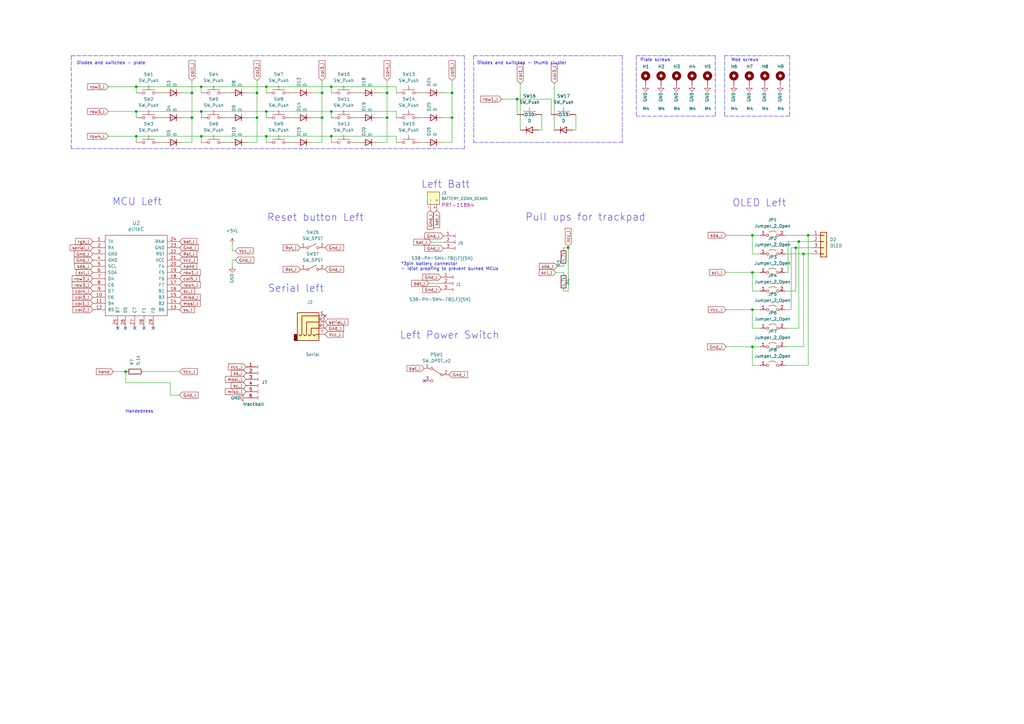
<source format=kicad_sch>
(kicad_sch (version 20211123) (generator eeschema)
  (paper "A3")
  (lib_symbols
    (symbol "Connector:AudioJack4"
      (property "Reference" "J" (at 0 8.89 0))
      (property "Value" "AudioJack4" (at 0 6.35 0))
      (symbol "AudioJack4_0_1"
        (rectangle (start -6.35 -5.08) (end -7.62 -7.62) (stroke (width 0.254)) (fill (type outline)))
        (polyline (pts (xy 0 -5.08) (xy 0.635 -5.715) (xy 1.27 -5.08) (xy 2.54 -5.08)) (stroke (width 0.254)))
        (polyline (pts (xy -5.715 -5.08) (xy -5.08 -5.715) (xy -4.445 -5.08) (xy -4.445 2.54) (xy 2.54 2.54)) (stroke (width 0.254)))
        (polyline (pts (xy -1.905 -5.08) (xy -1.27 -5.715) (xy -0.635 -5.08) (xy -0.635 -2.54) (xy 2.54 -2.54)) (stroke (width 0.254)))
        (polyline (pts (xy 2.54 0) (xy -2.54 0) (xy -2.54 -5.08) (xy -3.175 -5.715) (xy -3.81 -5.08)) (stroke (width 0.254)))
        (rectangle (start 2.54 3.81) (end -6.35 -7.62) (stroke (width 0.254)) (fill (type background)))
      )
      (symbol "AudioJack4_1_1"
        (pin passive line (at 5.08 -2.54 180) (length 2.54) (name "~") (number "R1"))
        (pin passive line (at 5.08 0 180) (length 2.54) (name "~") (number "R2"))
        (pin passive line (at 5.08 2.54 180) (length 2.54) (name "~") (number "S"))
        (pin passive line (at 5.08 -5.08 180) (length 2.54) (name "~") (number "T"))
      )
    )
    (symbol "Connector:Conn_01x03_Female" (pin_names (offset 1.016) hide)
      (property "Reference" "J" (at 0 5.08 0))
      (property "Value" "Conn_01x03_Female" (at 0 -5.08 0))
      (symbol "Conn_01x03_Female_1_1"
        (arc (start 0 -2.032) (mid -0.508 -2.54) (end 0 -3.048) (stroke (width 0.1524)))
        (polyline (pts (xy -1.27 -2.54) (xy -0.508 -2.54)) (stroke (width 0.1524)))
        (polyline (pts (xy -1.27 0) (xy -0.508 0)) (stroke (width 0.1524)))
        (polyline (pts (xy -1.27 2.54) (xy -0.508 2.54)) (stroke (width 0.1524)))
        (arc (start 0 0.508) (mid -0.508 0) (end 0 -0.508) (stroke (width 0.1524)))
        (arc (start 0 3.048) (mid -0.508 2.54) (end 0 2.032) (stroke (width 0.1524)))
        (pin passive line (at -5.08 2.54 0) (length 3.81) (name "Pin_1") (number "1"))
        (pin passive line (at -5.08 0 0) (length 3.81) (name "Pin_2") (number "2"))
        (pin passive line (at -5.08 -2.54 0) (length 3.81) (name "Pin_3") (number "3"))
      )
    )
    (symbol "Connector:Conn_01x06_Female" (pin_names (offset 1.016) hide)
      (property "Reference" "J" (at 0 7.62 0))
      (property "Value" "Conn_01x06_Female" (at 0 -10.16 0))
      (symbol "Conn_01x06_Female_1_1"
        (arc (start 0 -7.112) (mid -0.508 -7.62) (end 0 -8.128) (stroke (width 0.1524)))
        (arc (start 0 -4.572) (mid -0.508 -5.08) (end 0 -5.588) (stroke (width 0.1524)))
        (arc (start 0 -2.032) (mid -0.508 -2.54) (end 0 -3.048) (stroke (width 0.1524)))
        (polyline (pts (xy -1.27 -7.62) (xy -0.508 -7.62)) (stroke (width 0.1524)))
        (polyline (pts (xy -1.27 -5.08) (xy -0.508 -5.08)) (stroke (width 0.1524)))
        (polyline (pts (xy -1.27 -2.54) (xy -0.508 -2.54)) (stroke (width 0.1524)))
        (polyline (pts (xy -1.27 0) (xy -0.508 0)) (stroke (width 0.1524)))
        (polyline (pts (xy -1.27 2.54) (xy -0.508 2.54)) (stroke (width 0.1524)))
        (polyline (pts (xy -1.27 5.08) (xy -0.508 5.08)) (stroke (width 0.1524)))
        (arc (start 0 0.508) (mid -0.508 0) (end 0 -0.508) (stroke (width 0.1524)))
        (arc (start 0 3.048) (mid -0.508 2.54) (end 0 2.032) (stroke (width 0.1524)))
        (arc (start 0 5.588) (mid -0.508 5.08) (end 0 4.572) (stroke (width 0.1524)))
        (pin passive line (at -5.08 5.08 0) (length 3.81) (name "Pin_1") (number "1"))
        (pin passive line (at -5.08 2.54 0) (length 3.81) (name "Pin_2") (number "2"))
        (pin passive line (at -5.08 0 0) (length 3.81) (name "Pin_3") (number "3"))
        (pin passive line (at -5.08 -2.54 0) (length 3.81) (name "Pin_4") (number "4"))
        (pin passive line (at -5.08 -5.08 0) (length 3.81) (name "Pin_5") (number "5"))
        (pin passive line (at -5.08 -7.62 0) (length 3.81) (name "Pin_6") (number "6"))
      )
    )
    (symbol "Connector_Generic:Conn_01x04" (pin_names (offset 1.016) hide)
      (property "Reference" "J" (at 0 5.08 0))
      (property "Value" "Conn_01x04" (at 0 -7.62 0))
      (symbol "Conn_01x04_1_1"
        (rectangle (start -1.27 -4.953) (end 0 -5.207) (stroke (width 0.1524)))
        (rectangle (start -1.27 -2.413) (end 0 -2.667) (stroke (width 0.1524)))
        (rectangle (start -1.27 0.127) (end 0 -0.127) (stroke (width 0.1524)))
        (rectangle (start -1.27 2.667) (end 0 2.413) (stroke (width 0.1524)))
        (rectangle (start -1.27 3.81) (end 1.27 -6.35) (stroke (width 0.254)) (fill (type background)))
        (pin passive line (at -5.08 2.54 0) (length 3.81) (name "Pin_1") (number "1"))
        (pin passive line (at -5.08 0 0) (length 3.81) (name "Pin_2") (number "2"))
        (pin passive line (at -5.08 -2.54 0) (length 3.81) (name "Pin_3") (number "3"))
        (pin passive line (at -5.08 -5.08 0) (length 3.81) (name "Pin_4") (number "4"))
      )
    )
    (symbol "Device:D" (pin_numbers hide) (pin_names (offset 1.016) hide)
      (property "Reference" "D" (at 0 2.54 0))
      (property "Value" "D" (at 0 -2.54 0))
      (symbol "D_0_1"
        (polyline (pts (xy -1.27 1.27) (xy -1.27 -1.27)) (stroke (width 0.254)))
        (polyline (pts (xy 1.27 0) (xy -1.27 0)))
        (polyline (pts (xy 1.27 1.27) (xy 1.27 -1.27) (xy -1.27 0) (xy 1.27 1.27)) (stroke (width 0.254)))
      )
      (symbol "D_1_1"
        (pin passive line (at -3.81 0 0) (length 2.54) (name "K") (number "1"))
        (pin passive line (at 3.81 0 180) (length 2.54) (name "A") (number "2"))
      )
    )
    (symbol "Device:R" (pin_numbers hide) (pin_names (offset 0))
      (property "Reference" "R" (at 2.032 0 90))
      (property "Value" "R" (at 0 0 90))
      (symbol "R_0_1"
        (rectangle (start -1.016 -2.54) (end 1.016 2.54) (stroke (width 0.254)))
      )
      (symbol "R_1_1"
        (pin passive line (at 0 3.81 270) (length 1.27) (name "~") (number "1"))
        (pin passive line (at 0 -3.81 90) (length 1.27) (name "~") (number "2"))
      )
    )
    (symbol "Jumper:Jumper_2_Open" (pin_names (offset 0) hide)
      (property "Reference" "JP" (at 0 2.794 0))
      (property "Value" "Jumper_2_Open" (at 0 -2.286 0))
      (symbol "Jumper_2_Open_0_0"
        (circle (center -2.032 0) (radius 0.508))
        (circle (center 2.032 0) (radius 0.508))
      )
      (symbol "Jumper_2_Open_0_1"
        (arc (start 1.524 1.27) (mid 0 1.778) (end -1.524 1.27))
      )
      (symbol "Jumper_2_Open_1_1"
        (pin passive line (at -5.08 0 0) (length 2.54) (name "A") (number "1"))
        (pin passive line (at 5.08 0 180) (length 2.54) (name "B") (number "2"))
      )
    )
    (symbol "Mechanical:MountingHole_Pad" (pin_numbers hide) (pin_names (offset 1.016) hide)
      (property "Reference" "H" (at 0 6.35 0))
      (property "Value" "MountingHole_Pad" (at 0 4.445 0))
      (symbol "MountingHole_Pad_0_1"
        (circle (center 0 1.27) (radius 1.27) (stroke (width 1.27)))
      )
      (symbol "MountingHole_Pad_1_1"
        (pin input line (at 0 -2.54 90) (length 2.54) (name "1") (number "1"))
      )
    )
    (symbol "SparkFun-Connectors:BATTERY_CONN_DEANS" (pin_names (offset 1.016))
      (property "Reference" "J" (at -5.08 5.08 0))
      (property "Value" "BATTERY_CONN_DEANS" (at -5.08 -3.81 0))
      (property "Field4" "PRT-11864" (at 0 8.89 0))
      (symbol "BATTERY_CONN_DEANS_0_1"
        (rectangle (start 0 3.81) (end -5.08 -1.27) (fill (type background)))
      )
      (symbol "BATTERY_CONN_DEANS_1_1"
        (pin passive line (at 2.54 2.54 180) (length 2.54) (name "+") (number "+"))
        (pin passive line (at 2.54 0 180) (length 2.54) (name "-") (number "-"))
      )
    )
    (symbol "Switch:SW_Push" (pin_numbers hide) (pin_names hide)
      (property "Reference" "SW" (at 1.27 2.54 0))
      (property "Value" "SW_Push" (at 0 -1.524 0))
      (symbol "SW_Push_0_1"
        (circle (center -2.032 0) (radius 0.508))
        (polyline (pts (xy 0 1.27) (xy 0 3.048)))
        (polyline (pts (xy 2.54 1.27) (xy -2.54 1.27)))
        (circle (center 2.032 0) (radius 0.508))
        (pin passive line (at -5.08 0 0) (length 2.54) (name "1") (number "1"))
        (pin passive line (at 5.08 0 180) (length 2.54) (name "2") (number "2"))
      )
    )
    (symbol "Switch:SW_SPST" (pin_names (offset 0) hide)
      (property "Reference" "SW" (at 0 3.175 0))
      (property "Value" "SW_SPST" (at 0 -2.54 0))
      (symbol "SW_SPST_0_0"
        (circle (center -2.032 0) (radius 0.508))
        (polyline (pts (xy -1.524 0.254) (xy 1.524 1.778)))
        (circle (center 2.032 0) (radius 0.508))
      )
      (symbol "SW_SPST_1_1"
        (pin passive line (at -5.08 0 0) (length 2.54) (name "A") (number "1"))
        (pin passive line (at 5.08 0 180) (length 2.54) (name "B") (number "2"))
      )
    )
    (symbol "elite-C:eliteC" (pin_names (offset 1.016))
      (property "Reference" "U" (at 0 24.13 0))
      (property "Value" "eliteC" (at 0 -13.97 0))
      (symbol "eliteC_0_1"
        (rectangle (start -12.7 21.59) (end 12.7 -11.43))
      )
      (symbol "eliteC_1_1"
        (pin bidirectional line (at -17.78 19.05 0) (length 5.08) (name "TX") (number "1"))
        (pin bidirectional line (at -17.78 -3.81 0) (length 5.08) (name "E6") (number "10"))
        (pin bidirectional line (at -17.78 -6.35 0) (length 5.08) (name "B4") (number "11"))
        (pin bidirectional line (at -17.78 -8.89 0) (length 5.08) (name "B5") (number "12"))
        (pin bidirectional line (at 17.78 -8.89 180) (length 5.08) (name "B6") (number "13"))
        (pin bidirectional line (at 17.78 -6.35 180) (length 5.08) (name "B2") (number "14"))
        (pin bidirectional line (at 17.78 -3.81 180) (length 5.08) (name "B3") (number "15"))
        (pin bidirectional line (at 17.78 -1.27 180) (length 5.08) (name "B1") (number "16"))
        (pin bidirectional line (at 17.78 1.27 180) (length 5.08) (name "F7") (number "17"))
        (pin bidirectional line (at 17.78 3.81 180) (length 5.08) (name "F6") (number "18"))
        (pin bidirectional line (at 17.78 6.35 180) (length 5.08) (name "F5") (number "19"))
        (pin bidirectional line (at -17.78 16.51 0) (length 5.08) (name "RX") (number "2"))
        (pin bidirectional line (at 17.78 8.89 180) (length 5.08) (name "F4") (number "20"))
        (pin power_in line (at 17.78 11.43 180) (length 5.08) (name "VCC") (number "21"))
        (pin input line (at 17.78 13.97 180) (length 5.08) (name "RST") (number "22"))
        (pin power_in line (at 17.78 16.51 180) (length 5.08) (name "GND") (number "23"))
        (pin power_out line (at 17.78 19.05 180) (length 5.08) (name "RAW") (number "24"))
        (pin bidirectional line (at -7.62 -16.51 90) (length 5.08) (name "B7") (number "25"))
        (pin bidirectional line (at -4.445 -16.51 90) (length 5.08) (name "D5") (number "26"))
        (pin bidirectional line (at -0.635 -16.51 90) (length 5.08) (name "C7") (number "27"))
        (pin bidirectional line (at 3.175 -16.51 90) (length 5.08) (name "F1") (number "28"))
        (pin bidirectional line (at 6.985 -16.51 90) (length 5.08) (name "F0") (number "29"))
        (pin power_in line (at -17.78 13.97 0) (length 5.08) (name "GND") (number "3"))
        (pin power_in line (at -17.78 11.43 0) (length 5.08) (name "GND") (number "4"))
        (pin bidirectional line (at -17.78 8.89 0) (length 5.08) (name "SCL") (number "5"))
        (pin bidirectional line (at -17.78 6.35 0) (length 5.08) (name "SDA") (number "6"))
        (pin bidirectional line (at -17.78 3.81 0) (length 5.08) (name "D4") (number "7"))
        (pin bidirectional line (at -17.78 1.27 0) (length 5.08) (name "C6") (number "8"))
        (pin bidirectional line (at -17.78 -1.27 0) (length 5.08) (name "D7") (number "9"))
      )
    )
    (symbol "jiran-ble:SW_DPDT" (pin_names hide)
      (property "Reference" "SW" (at 0 7.62 0))
      (property "Value" "SW_DPDT" (at 0 5.715 0))
      (symbol "SW_DPDT_0_0"
        (circle (center -3.302 0) (radius 0.508))
        (circle (center 0.762 -2.54) (radius 0.508))
      )
      (symbol "SW_DPDT_0_1"
        (polyline (pts (xy -2.794 0.254) (xy 0.381 2.286)))
        (circle (center 0.762 2.54) (radius 0.508))
      )
      (symbol "SW_DPDT_1_1"
        (pin passive line (at 3.81 2.54 180) (length 2.54) (name "A") (number "1"))
        (pin passive line (at -6.35 0 0) (length 2.54) (name "B") (number "2"))
        (pin passive line (at 3.81 -2.54 180) (length 2.54) (name "C") (number "3"))
      )
    )
    (symbol "power:+5VL" (power) (pin_names (offset 0))
      (property "Value" "+5VL" (at 0 3.556 0))
      (symbol "+5VL_0_1"
        (polyline (pts (xy -0.762 1.27) (xy 0 2.54)))
        (polyline (pts (xy 0 0) (xy 0 2.54)))
        (polyline (pts (xy 0 2.54) (xy 0.762 1.27)))
      )
      (symbol "+5VL_1_1"
        (pin power_in line (at 0 0 90) (length 0) hide (name "+5VL") (number "1"))
      )
    )
    (symbol "power:GND" (power) (pin_names (offset 0))
      (property "Value" "GND" (at 0 -3.81 0))
      (symbol "GND_0_1"
        (polyline (pts (xy 0 0) (xy 0 -1.27) (xy 1.27 -1.27) (xy 0 -2.54) (xy -1.27 -1.27) (xy 0 -1.27)))
      )
      (symbol "GND_1_1"
        (pin power_in line (at 0 0 270) (length 0) hide (name "GND") (number "1"))
      )
    )
  )
  (junction (at 308.61 127))
  (junction (at 109.22 45.72))
  (junction (at 212.09 40.64))
  (junction (at 82.55 55.88))
  (junction (at 308.61 111.76))
  (junction (at 55.88 55.88))
  (junction (at 327.66 99.06))
  (junction (at 105.41 38.1))
  (junction (at 109.22 35.56))
  (junction (at 233.045 101.6))
  (junction (at 185.42 38.1))
  (junction (at 135.89 55.88))
  (junction (at 331.47 96.52))
  (junction (at 82.55 35.56))
  (junction (at 329.565 104.14))
  (junction (at 132.08 38.1))
  (junction (at 158.75 38.1))
  (junction (at 132.08 48.26))
  (junction (at 135.89 45.72))
  (junction (at 185.42 48.26))
  (junction (at 82.55 45.72))
  (junction (at 51.562 152.4))
  (junction (at 109.22 55.88))
  (junction (at 308.61 142.24))
  (junction (at 135.89 35.56))
  (junction (at 78.74 38.1))
  (junction (at 105.41 48.26))
  (junction (at 326.39 101.6))
  (junction (at 55.88 35.56))
  (junction (at 158.75 48.26))
  (junction (at 308.61 96.52))
  (junction (at 55.88 45.72))
  (junction (at 78.74 48.26))
  (no_connect (at 173.99 156.21))
  (no_connect (at 133.35 129.54))
  (no_connect (at 48.26 134.62))
  (no_connect (at 55.245 134.62))
  (no_connect (at 59.055 134.62))
  (no_connect (at 51.435 134.62))
  (no_connect (at 62.865 134.62))
  (wire (pts (xy 146.05 38.1) (xy 147.32 38.1)))
  (wire (pts (xy 185.42 48.26) (xy 185.42 58.42)))
  (wire (pts (xy 327.66 99.06) (xy 332.74 99.06)))
  (wire (pts (xy 181.61 48.26) (xy 185.42 48.26)))
  (wire (pts (xy 109.22 58.42) (xy 109.22 55.88)))
  (wire (pts (xy 135.89 45.72) (xy 162.56 45.72)))
  (wire (pts (xy 55.88 35.56) (xy 82.55 35.56)))
  (wire (pts (xy 227.33 34.29) (xy 227.33 53.34)))
  (wire (pts (xy 308.61 142.24) (xy 308.61 149.86)))
  (wire (pts (xy 55.88 58.42) (xy 55.88 55.88)))
  (wire (pts (xy 82.55 45.72) (xy 109.22 45.72)))
  (wire (pts (xy 213.36 34.29) (xy 213.36 53.34)))
  (polyline (pts (xy 323.85 22.86) (xy 323.85 47.625)))
  (wire (pts (xy 109.22 55.88) (xy 135.89 55.88)))
  (wire (pts (xy 158.75 38.1) (xy 158.75 48.26)))
  (wire (pts (xy 69.85 156.972) (xy 69.85 162.052)))
  (wire (pts (xy 308.61 134.62) (xy 308.61 127)))
  (wire (pts (xy 297.815 142.24) (xy 308.61 142.24)))
  (wire (pts (xy 92.71 58.42) (xy 93.98 58.42)))
  (wire (pts (xy 82.55 38.1) (xy 82.55 35.56)))
  (wire (pts (xy 226.06 40.64) (xy 226.06 46.99)))
  (polyline (pts (xy 260.985 22.86) (xy 287.655 22.86)))
  (wire (pts (xy 324.485 101.6) (xy 326.39 101.6)))
  (wire (pts (xy 109.22 38.1) (xy 109.22 35.56)))
  (wire (pts (xy 323.215 99.06) (xy 327.66 99.06)))
  (wire (pts (xy 308.61 111.76) (xy 311.785 111.76)))
  (polyline (pts (xy 297.18 22.86) (xy 323.85 22.86)))
  (wire (pts (xy 128.27 48.26) (xy 132.08 48.26)))
  (wire (pts (xy 135.89 58.42) (xy 135.89 55.88)))
  (polyline (pts (xy 287.655 47.625) (xy 260.985 47.625)))
  (wire (pts (xy 66.04 38.1) (xy 67.31 38.1)))
  (wire (pts (xy 311.785 134.62) (xy 308.61 134.62)))
  (polyline (pts (xy 260.985 22.86) (xy 260.985 47.625)))
  (wire (pts (xy 55.88 38.1) (xy 55.88 35.56)))
  (wire (pts (xy 105.41 38.1) (xy 105.41 48.26)))
  (wire (pts (xy 59.182 152.4) (xy 73.66 152.4)))
  (wire (pts (xy 105.41 33.02) (xy 105.41 38.1)))
  (wire (pts (xy 181.61 58.42) (xy 185.42 58.42)))
  (wire (pts (xy 46.482 152.4) (xy 51.562 152.4)))
  (wire (pts (xy 321.945 96.52) (xy 331.47 96.52)))
  (wire (pts (xy 162.56 48.26) (xy 162.56 45.72)))
  (wire (pts (xy 154.94 48.26) (xy 158.75 48.26)))
  (wire (pts (xy 78.74 48.26) (xy 78.74 58.42)))
  (wire (pts (xy 326.39 119.38) (xy 326.39 101.6)))
  (wire (pts (xy 105.41 48.26) (xy 105.41 58.42)))
  (wire (pts (xy 82.55 58.42) (xy 82.55 55.88)))
  (wire (pts (xy 82.55 35.56) (xy 109.22 35.56)))
  (wire (pts (xy 297.815 111.76) (xy 308.61 111.76)))
  (wire (pts (xy 228.6 109.22) (xy 231.14 109.22)))
  (wire (pts (xy 51.562 152.4) (xy 51.562 156.972)))
  (wire (pts (xy 321.945 134.62) (xy 327.66 134.62)))
  (wire (pts (xy 326.39 101.6) (xy 332.74 101.6)))
  (wire (pts (xy 185.42 38.1) (xy 185.42 48.26)))
  (wire (pts (xy 162.56 58.42) (xy 162.56 55.88)))
  (wire (pts (xy 321.945 119.38) (xy 326.39 119.38)))
  (wire (pts (xy 128.27 58.42) (xy 132.08 58.42)))
  (wire (pts (xy 128.27 38.1) (xy 132.08 38.1)))
  (wire (pts (xy 66.04 58.42) (xy 67.31 58.42)))
  (wire (pts (xy 132.08 38.1) (xy 132.08 48.26)))
  (wire (pts (xy 95.25 106.68) (xy 96.52 106.68)))
  (wire (pts (xy 82.55 55.88) (xy 109.22 55.88)))
  (wire (pts (xy 308.61 96.52) (xy 311.785 96.52)))
  (wire (pts (xy 231.14 101.6) (xy 233.045 101.6)))
  (polyline (pts (xy 297.18 22.86) (xy 297.18 47.625)))
  (wire (pts (xy 78.74 33.02) (xy 78.74 38.1)))
  (wire (pts (xy 95.25 102.87) (xy 96.52 102.87)))
  (polyline (pts (xy 190.5 22.86) (xy 190.5 60.96)))
  (wire (pts (xy 321.945 104.14) (xy 329.565 104.14)))
  (wire (pts (xy 172.72 48.26) (xy 173.99 48.26)))
  (wire (pts (xy 212.09 40.64) (xy 226.06 40.64)))
  (wire (pts (xy 162.56 38.1) (xy 162.56 35.56)))
  (polyline (pts (xy 255.27 22.86) (xy 255.27 58.42)))
  (wire (pts (xy 74.93 58.42) (xy 78.74 58.42)))
  (wire (pts (xy 331.47 149.86) (xy 331.47 96.52)))
  (wire (pts (xy 323.215 111.76) (xy 323.215 99.06)))
  (wire (pts (xy 308.61 142.24) (xy 311.785 142.24)))
  (wire (pts (xy 51.562 156.972) (xy 69.85 156.972)))
  (wire (pts (xy 327.66 134.62) (xy 327.66 99.06)))
  (wire (pts (xy 55.88 48.26) (xy 55.88 45.72)))
  (wire (pts (xy 135.89 38.1) (xy 135.89 35.56)))
  (wire (pts (xy 311.785 104.14) (xy 308.61 104.14)))
  (wire (pts (xy 78.74 38.1) (xy 78.74 48.26)))
  (wire (pts (xy 321.945 111.76) (xy 323.215 111.76)))
  (wire (pts (xy 92.71 48.26) (xy 93.98 48.26)))
  (wire (pts (xy 66.04 48.26) (xy 67.31 48.26)))
  (wire (pts (xy 55.88 55.88) (xy 82.55 55.88)))
  (wire (pts (xy 109.22 35.56) (xy 135.89 35.56)))
  (wire (pts (xy 181.61 38.1) (xy 185.42 38.1)))
  (polyline (pts (xy 190.5 60.96) (xy 29.21 60.96)))
  (wire (pts (xy 109.22 48.26) (xy 109.22 45.72)))
  (wire (pts (xy 205.74 40.64) (xy 212.09 40.64)))
  (wire (pts (xy 119.38 58.42) (xy 120.65 58.42)))
  (wire (pts (xy 324.485 127) (xy 324.485 101.6)))
  (polyline (pts (xy 29.21 22.86) (xy 190.5 22.86)))
  (wire (pts (xy 236.22 53.34) (xy 234.95 53.34)))
  (polyline (pts (xy 255.27 58.42) (xy 194.31 58.42)))
  (wire (pts (xy 321.945 127) (xy 324.485 127)))
  (wire (pts (xy 297.815 96.52) (xy 308.61 96.52)))
  (wire (pts (xy 101.6 58.42) (xy 105.41 58.42)))
  (wire (pts (xy 146.05 58.42) (xy 147.32 58.42)))
  (wire (pts (xy 95.25 100.33) (xy 95.25 102.87)))
  (wire (pts (xy 119.38 38.1) (xy 120.65 38.1)))
  (wire (pts (xy 172.72 58.42) (xy 173.99 58.42)))
  (polyline (pts (xy 29.21 22.86) (xy 29.21 60.96)))
  (wire (pts (xy 109.22 45.72) (xy 135.89 45.72)))
  (wire (pts (xy 297.815 127) (xy 308.61 127)))
  (wire (pts (xy 119.38 48.26) (xy 120.65 48.26)))
  (wire (pts (xy 231.14 119.38) (xy 233.045 119.38)))
  (wire (pts (xy 135.89 48.26) (xy 135.89 45.72)))
  (wire (pts (xy 212.09 40.64) (xy 212.09 46.99)))
  (wire (pts (xy 227.965 111.76) (xy 231.14 111.76)))
  (wire (pts (xy 329.565 142.24) (xy 329.565 104.14)))
  (wire (pts (xy 44.45 45.72) (xy 55.88 45.72)))
  (wire (pts (xy 132.08 48.26) (xy 132.08 58.42)))
  (wire (pts (xy 308.61 149.86) (xy 311.785 149.86)))
  (wire (pts (xy 175.895 116.205) (xy 180.975 116.205)))
  (wire (pts (xy 74.93 48.26) (xy 78.74 48.26)))
  (wire (pts (xy 222.25 53.34) (xy 220.98 53.34)))
  (wire (pts (xy 135.89 55.88) (xy 162.56 55.88)))
  (polyline (pts (xy 194.31 22.86) (xy 255.27 22.86)))
  (wire (pts (xy 185.42 33.02) (xy 185.42 38.1)))
  (wire (pts (xy 146.05 48.26) (xy 147.32 48.26)))
  (wire (pts (xy 82.55 48.26) (xy 82.55 45.72)))
  (wire (pts (xy 233.045 101.6) (xy 233.045 119.38)))
  (wire (pts (xy 329.565 104.14) (xy 332.74 104.14)))
  (wire (pts (xy 69.85 162.052) (xy 73.66 162.052)))
  (wire (pts (xy 55.88 45.72) (xy 82.55 45.72)))
  (wire (pts (xy 331.47 96.52) (xy 332.74 96.52)))
  (polyline (pts (xy 293.37 47.625) (xy 287.655 47.625)))
  (polyline (pts (xy 323.85 47.625) (xy 297.18 47.625)))
  (wire (pts (xy 135.89 35.56) (xy 162.56 35.56)))
  (wire (pts (xy 154.94 38.1) (xy 158.75 38.1)))
  (wire (pts (xy 308.61 104.14) (xy 308.61 96.52)))
  (wire (pts (xy 233.045 100.965) (xy 233.045 101.6)))
  (wire (pts (xy 101.6 48.26) (xy 105.41 48.26)))
  (wire (pts (xy 236.22 46.99) (xy 236.22 53.34)))
  (wire (pts (xy 74.93 38.1) (xy 78.74 38.1)))
  (wire (pts (xy 222.25 46.99) (xy 222.25 53.34)))
  (wire (pts (xy 132.08 33.02) (xy 132.08 38.1)))
  (wire (pts (xy 158.75 33.02) (xy 158.75 38.1)))
  (wire (pts (xy 101.6 38.1) (xy 105.41 38.1)))
  (wire (pts (xy 44.45 35.56) (xy 55.88 35.56)))
  (wire (pts (xy 321.945 149.86) (xy 331.47 149.86)))
  (wire (pts (xy 92.71 38.1) (xy 93.98 38.1)))
  (wire (pts (xy 154.94 58.42) (xy 158.75 58.42)))
  (wire (pts (xy 308.61 127) (xy 311.785 127)))
  (polyline (pts (xy 287.655 22.86) (xy 293.37 22.86)))
  (wire (pts (xy 44.45 55.88) (xy 55.88 55.88)))
  (wire (pts (xy 172.72 38.1) (xy 173.99 38.1)))
  (polyline (pts (xy 293.37 22.86) (xy 293.37 47.625)))
  (wire (pts (xy 95.25 109.22) (xy 95.25 106.68)))
  (polyline (pts (xy 194.31 22.86) (xy 194.31 58.42)))
  (wire (pts (xy 321.945 142.24) (xy 329.565 142.24)))
  (wire (pts (xy 176.784 99.314) (xy 181.864 99.314)))
  (wire (pts (xy 311.785 119.38) (xy 308.61 119.38)))
  (wire (pts (xy 158.75 48.26) (xy 158.75 58.42)))
  (wire (pts (xy 308.61 119.38) (xy 308.61 111.76)))
  (text "MCU Left" (at 45.974 84.582 0) (effects (font (size 3 3)) (justify left bottom)))
  (text "Left Batt" (at 172.72 77.47 0) (effects (font (size 3 3)) (justify left bottom)))
  (text "Handedness" (at 51.435 169.545 0) (effects (font (size 1.27 1.27)) (justify left bottom)))
  (text "Plate screws" (at 274.955 25.4 180) (effects (font (size 1.27 1.27)) (justify right bottom)))
  (text "Serial left" (at 109.855 120.142 0) (effects (font (size 3 3)) (justify left bottom)))
  (text "Diodes and switches - plate" (at 59.69 26.67 180) (effects (font (size 1.27 1.27)) (justify right bottom)))
  (text "Reset button Left" (at 109.474 91.059 0) (effects (font (size 3 3)) (justify left bottom)))
  (text "Pull ups for trackpad" (at 215.392 90.932 0) (effects (font (size 3 3)) (justify left bottom)))
  (text "Mod screws" (at 311.15 25.4 180) (effects (font (size 1.27 1.27)) (justify right bottom)))
  (text "Left Power Switch" (at 163.957 139.319 0) (effects (font (size 3 3)) (justify left bottom)))
  (text "OLED Left" (at 300.355 85.09 0) (effects (font (size 3 3)) (justify left bottom)))
  (text "Diodes and switches - thumb cluster" (at 232.41 26.67 180) (effects (font (size 1.27 1.27)) (justify right bottom)))
  (text "*3pin battery connector\n- idiot proofing to prevent burned MCUs" (at 164.465 111.125 0) (effects (font (size 1.27 1.27)) (justify left bottom)))
  (global_label "serial_l" (shape input) (at 38.1 101.6 180) (property "Intersheet References" "${INTERSHEET_REFS}" (effects hide)))
  (global_label "Gnd_l" (shape input) (at 181.864 101.854 180) (property "Intersheet References" "${INTERSHEET_REFS}" (effects hide)))
  (global_label "Gnd_l" (shape input) (at 181.864 96.774 180) (property "Intersheet References" "${INTERSHEET_REFS}" (effects hide)))
  (global_label "row1_l" (shape input) (at 73.66 111.76 0) (property "Intersheet References" "${INTERSHEET_REFS}" (effects hide)))
  (global_label "rgb_l" (shape input) (at 38.1 99.06 180) (property "Intersheet References" "${INTERSHEET_REFS}" (effects hide)))
  (global_label "Gnd_l" (shape input) (at 133.35 101.6 0) (property "Intersheet References" "${INTERSHEET_REFS}" (effects hide)))
  (global_label "col1_l" (shape input) (at 213.36 34.29 90) (property "Intersheet References" "${INTERSHEET_REFS}" (effects hide)))
  (global_label "Vcc_l" (shape input) (at 96.52 102.87 0) (property "Intersheet References" "${INTERSHEET_REFS}" (effects hide)))
  (global_label "col4_l" (shape input) (at 38.1 119.38 180) (property "Intersheet References" "${INTERSHEET_REFS}" (effects hide)))
  (global_label "miso_l" (shape input) (at 100.965 160.655 180) (property "Intersheet References" "${INTERSHEET_REFS}" (effects hide)))
  (global_label "col3_l" (shape input) (at 227.33 34.29 90) (property "Intersheet References" "${INTERSHEET_REFS}" (effects hide)))
  (global_label "Rst_l" (shape input) (at 73.66 104.14 0) (property "Intersheet References" "${INTERSHEET_REFS}" (effects hide)))
  (global_label "Gnd_l" (shape input) (at 133.35 110.49 0) (property "Intersheet References" "${INTERSHEET_REFS}" (effects hide)))
  (global_label "mosi_l" (shape input) (at 100.965 155.575 180) (property "Intersheet References" "${INTERSHEET_REFS}" (effects hide)))
  (global_label "bat_l" (shape input) (at 73.66 99.06 0) (property "Intersheet References" "${INTERSHEET_REFS}" (effects hide)))
  (global_label "Gnd_l" (shape input) (at 73.66 101.6 0) (property "Intersheet References" "${INTERSHEET_REFS}" (effects hide)))
  (global_label "bat_l" (shape input) (at 173.99 151.13 180) (property "Intersheet References" "${INTERSHEET_REFS}" (effects hide)))
  (global_label "hand" (shape input) (at 73.66 109.22 0) (property "Intersheet References" "${INTERSHEET_REFS}" (effects hide)))
  (global_label "sc_l" (shape input) (at 100.965 158.115 180) (property "Intersheet References" "${INTERSHEET_REFS}" (effects hide)))
  (global_label "sda_l" (shape input) (at 228.6 109.22 180) (property "Intersheet References" "${INTERSHEET_REFS}" (effects hide)))
  (global_label "Gnd_l" (shape input) (at 180.975 118.745 180) (property "Intersheet References" "${INTERSHEET_REFS}" (effects hide)))
  (global_label "mosi_l" (shape input) (at 73.66 124.46 0) (property "Intersheet References" "${INTERSHEET_REFS}" (effects hide)))
  (global_label "ss_l" (shape input) (at 100.965 153.035 180) (property "Intersheet References" "${INTERSHEET_REFS}" (effects hide)))
  (global_label "row4_l" (shape input) (at 73.66 116.84 0) (property "Intersheet References" "${INTERSHEET_REFS}" (effects hide)))
  (global_label "row2_l" (shape input) (at 44.45 35.56 180) (property "Intersheet References" "${INTERSHEET_REFS}" (effects hide)))
  (global_label "col2_l" (shape input) (at 105.41 33.02 90) (property "Intersheet References" "${INTERSHEET_REFS}" (effects hide)))
  (global_label "Vcc_l" (shape input) (at 73.66 152.4 0) (property "Intersheet References" "${INTERSHEET_REFS}" (effects hide)))
  (global_label "col5_l" (shape input) (at 73.66 114.3 0) (property "Intersheet References" "${INTERSHEET_REFS}" (effects hide)))
  (global_label "Vcc_l" (shape input) (at 297.815 127 180) (property "Intersheet References" "${INTERSHEET_REFS}" (effects hide)))
  (global_label "row1_l" (shape input) (at 205.74 40.64 180) (property "Intersheet References" "${INTERSHEET_REFS}" (effects hide)))
  (global_label "col3_l" (shape input) (at 132.08 33.02 90) (property "Intersheet References" "${INTERSHEET_REFS}" (effects hide)))
  (global_label "Vcc_l" (shape input) (at 73.66 106.68 0) (property "Intersheet References" "${INTERSHEET_REFS}" (effects hide)))
  (global_label "col2_l" (shape input) (at 38.1 127 180) (property "Intersheet References" "${INTERSHEET_REFS}" (effects hide)))
  (global_label "col1_l" (shape input) (at 38.1 124.46 180) (property "Intersheet References" "${INTERSHEET_REFS}" (effects hide)))
  (global_label "Gnd_l" (shape input) (at 96.52 106.68 0) (property "Intersheet References" "${INTERSHEET_REFS}" (effects hide)))
  (global_label "hand" (shape input) (at 46.482 152.4 180) (property "Intersheet References" "${INTERSHEET_REFS}" (effects hide)))
  (global_label "ss_l" (shape input) (at 73.66 127 0) (property "Intersheet References" "${INTERSHEET_REFS}" (effects hide)))
  (global_label "row3_l" (shape input) (at 44.45 45.72 180) (property "Intersheet References" "${INTERSHEET_REFS}" (effects hide)))
  (global_label "Vcc_l" (shape input) (at 233.045 100.965 90) (property "Intersheet References" "${INTERSHEET_REFS}" (effects hide)))
  (global_label "scl_l" (shape input) (at 38.1 111.76 180) (property "Intersheet References" "${INTERSHEET_REFS}" (effects hide)))
  (global_label "col3_l" (shape input) (at 38.1 121.92 180) (property "Intersheet References" "${INTERSHEET_REFS}" (effects hide)))
  (global_label "col5_l" (shape input) (at 185.42 33.02 90) (property "Intersheet References" "${INTERSHEET_REFS}" (effects hide)))
  (global_label "sda_l" (shape input) (at 297.815 96.52 180) (property "Intersheet References" "${INTERSHEET_REFS}" (effects hide)))
  (global_label "row4_l" (shape input) (at 44.45 55.88 180) (property "Intersheet References" "${INTERSHEET_REFS}" (effects hide)))
  (global_label "bat_l" (shape input) (at 179.07 86.36 270) (property "Intersheet References" "${INTERSHEET_REFS}" (effects hide)))
  (global_label "scl_l" (shape input) (at 227.965 111.76 180) (property "Intersheet References" "${INTERSHEET_REFS}" (effects hide)))
  (global_label "serial_l" (shape input) (at 133.35 132.08 0) (property "Intersheet References" "${INTERSHEET_REFS}" (effects hide)))
  (global_label "Gnd_l" (shape input) (at 73.66 162.052 0) (property "Intersheet References" "${INTERSHEET_REFS}" (effects hide)))
  (global_label "Gnd_l" (shape input) (at 133.35 134.62 0) (property "Intersheet References" "${INTERSHEET_REFS}" (effects hide)))
  (global_label "bat_l" (shape input) (at 175.895 116.205 180) (property "Intersheet References" "${INTERSHEET_REFS}" (effects hide)))
  (global_label "Gnd_l" (shape input) (at 176.53 86.36 270) (property "Intersheet References" "${INTERSHEET_REFS}" (effects hide)))
  (global_label "miso_l" (shape input) (at 73.66 121.92 0) (property "Intersheet References" "${INTERSHEET_REFS}" (effects hide)))
  (global_label "Vcc_l" (shape input) (at 100.965 150.495 180) (property "Intersheet References" "${INTERSHEET_REFS}" (effects hide)))
  (global_label "Gnd_l" (shape input) (at 38.1 104.14 180) (property "Intersheet References" "${INTERSHEET_REFS}" (effects hide)))
  (global_label "Gnd_l" (shape input) (at 180.975 113.665 180) (property "Intersheet References" "${INTERSHEET_REFS}" (effects hide)))
  (global_label "Gnd_l" (shape input) (at 38.1 106.68 180) (property "Intersheet References" "${INTERSHEET_REFS}" (effects hide)))
  (global_label "sda_l" (shape input) (at 38.1 109.22 180) (property "Intersheet References" "${INTERSHEET_REFS}" (effects hide)))
  (global_label "row3_l" (shape input) (at 38.1 116.84 180) (property "Intersheet References" "${INTERSHEET_REFS}" (effects hide)))
  (global_label "bat_l" (shape input) (at 176.784 99.314 180) (property "Intersheet References" "${INTERSHEET_REFS}" (effects hide)))
  (global_label "Vcc_l" (shape input) (at 133.35 137.16 0) (property "Intersheet References" "${INTERSHEET_REFS}" (effects hide)))
  (global_label "scl_l" (shape input) (at 297.815 111.76 180) (property "Intersheet References" "${INTERSHEET_REFS}" (effects hide)))
  (global_label "Rst_l" (shape input) (at 123.19 110.49 180) (property "Intersheet References" "${INTERSHEET_REFS}" (effects hide)))
  (global_label "col1_l" (shape input) (at 78.74 33.02 90) (property "Intersheet References" "${INTERSHEET_REFS}" (effects hide)))
  (global_label "Rst_l" (shape input) (at 123.19 101.6 180) (property "Intersheet References" "${INTERSHEET_REFS}" (effects hide)))
  (global_label "col4_l" (shape input) (at 158.75 33.02 90) (property "Intersheet References" "${INTERSHEET_REFS}" (effects hide)))
  (global_label "Gnd_l" (shape input) (at 297.815 142.24 180) (property "Intersheet References" "${INTERSHEET_REFS}" (effects hide)))
  (global_label "sc_l" (shape input) (at 73.66 119.38 0) (property "Intersheet References" "${INTERSHEET_REFS}" (effects hide)))
  (global_label "Gnd_l" (shape input) (at 184.15 153.67 0) (property "Intersheet References" "${INTERSHEET_REFS}" (effects hide)))
  (global_label "row2_l" (shape input) (at 38.1 114.3 180) (property "Intersheet References" "${INTERSHEET_REFS}" (effects hide)))
  (symbol (lib_id "Connector:Conn_01x03_Female") (at 186.944 99.314 0) (unit 1)
    (property "Reference" "J5" (at 187.6552 99.7493 0) (effects (justify left)))
    (property "Value" "S3B-PH-SM4-TB(LF)(SN)" (at 168.656 105.918 0) (effects (justify left)))
    (property "Footprint" "Connector_JST:JST_SH_BM03B-SRSS-TB_1x03-1MP_P1.00mm_Vertical" (effects hide))
    (property "LCSC" "C265101" (effects hide))
  )
  (symbol (lib_id "Device:D") (at 177.8 48.26 180) (unit 1)
    (property "Reference" "D25" (at 175.895 45.72 90) (effects (justify right)))
    (property "Value" "D" (at 178.435 45.72 90) (effects (justify right)))
    (property "Footprint" "footprints:D_1206_handsolder_reversible" (effects hide))
  )
  (symbol (lib_id "Device:D") (at 151.13 58.42 180) (unit 1)
    (property "Reference" "D20" (at 149.225 55.88 90) (effects (justify right)))
    (property "Value" "D" (at 151.765 55.88 90) (effects (justify right)))
    (property "Footprint" "footprints:D_1206_handsolder_reversible" (effects hide))
  )
  (symbol (lib_id "power:GND") (at 320.04 34.925 0) (unit 1)
    (property "Reference" "#PWR05" (effects hide))
    (property "Value" "GND" (at 319.884 41.9099 90) (effects (justify left)))
  )
  (symbol (lib_id "Switch:SW_Push") (at 87.63 58.42 0) (unit 1)
    (property "Reference" "SW6" (at 87.63 50.8 0))
    (property "Value" "SW_Push" (at 87.63 53.34 0))
    (property "Footprint" "footprints:SW_MX_choc" (effects hide))
  )
  (symbol (lib_id "Switch:SW_Push") (at 60.96 38.1 0) (unit 1)
    (property "Reference" "SW1" (at 60.96 30.48 0))
    (property "Value" "SW_Push" (at 60.96 33.02 0))
    (property "Footprint" "footprints:SW_MX_choc" (effects hide))
  )
  (symbol (lib_id "Switch:SW_Push") (at 140.97 38.1 0) (unit 1)
    (property "Reference" "SW10" (at 140.97 30.48 0))
    (property "Value" "SW_Push" (at 140.97 33.02 0))
    (property "Footprint" "footprints:SW_MX_choc" (effects hide))
  )
  (symbol (lib_id "Mechanical:MountingHole_Pad") (at 320.04 32.385 0) (unit 1)
    (property "Reference" "H9" (at 318.77 27.305 0) (effects (justify left)))
    (property "Value" "M4" (at 318.77 44.577 0) (effects (justify left)))
    (property "Footprint" "footprints:MountingHole_3mm_Pad_thin" (effects hide))
  )
  (symbol (lib_id "power:GND") (at 100.965 163.195 270) (unit 1)
    (property "Reference" "#PWR0105" (effects hide))
    (property "Value" "GND" (at 94.615 163.195 90) (effects (justify left)))
  )
  (symbol (lib_id "Mechanical:MountingHole_Pad") (at 307.34 32.385 0) (unit 1)
    (property "Reference" "H7" (at 306.07 27.305 0) (effects (justify left)))
    (property "Value" "M4" (at 306.07 44.577 0) (effects (justify left)))
    (property "Footprint" "footprints:MountingHole_3mm_Pad_thin" (effects hide))
  )
  (symbol (lib_id "Switch:SW_Push") (at 167.64 58.42 0) (unit 1)
    (property "Reference" "SW15" (at 167.64 50.8 0))
    (property "Value" "SW_Push" (at 167.64 53.34 0))
    (property "Footprint" "footprints:SW_MX_choc" (effects hide))
  )
  (symbol (lib_id "Device:R") (at 55.372 152.4 90) (unit 1)
    (property "Reference" "R7" (at 54.102 149.86 0) (effects (justify left)))
    (property "Value" "5.1k" (at 56.642 149.86 0) (effects (justify left)))
    (property "Footprint" "footprints:R_1206_handsolder_reversible" (effects hide))
    (property "JLCPCB BOM" "1" (effects hide))
    (property "JLCPCB Part" "C26033" (effects hide))
  )
  (symbol (lib_id "Jumper:Jumper_2_Open") (at 316.865 111.76 0) (unit 1)
    (property "Reference" "JP3" (at 316.865 105.41 0))
    (property "Value" "Jumper_2_Open" (at 316.865 107.95 0))
    (property "Footprint" "footprints:SolderJumper-2_P1.3mm_Open_RoundedPad1.0x1.5mm" (effects hide))
  )
  (symbol (lib_id "Mechanical:MountingHole_Pad") (at 290.195 32.385 0) (unit 1)
    (property "Reference" "H5" (at 288.925 27.305 0) (effects (justify left)))
    (property "Value" "M4" (at 288.925 44.577 0) (effects (justify left)))
    (property "Footprint" "footprints:MountingHole_3mm_Pad_thin" (effects hide))
  )
  (symbol (lib_id "Switch:SW_Push") (at 114.3 38.1 0) (unit 1)
    (property "Reference" "SW7" (at 114.3 30.48 0))
    (property "Value" "SW_Push" (at 114.3 33.02 0))
    (property "Footprint" "footprints:SW_MX_choc" (effects hide))
  )
  (symbol (lib_id "SparkFun-Connectors:BATTERY_CONN_DEANS") (at 176.53 83.82 270) (unit 1)
    (property "Reference" "J3" (at 180.975 79.1495 90) (effects (font (size 1.143 1.143)) (justify left)))
    (property "Value" "BATTERY_CONN_DEANS" (at 180.975 81.4581 90) (effects (font (size 1.143 1.143)) (justify left)))
    (property "Footprint" "local-libraries:battery_connector_THT" (effects hide))
    (property "Field4" "PRT-11864" (at 180.975 84.1091 90) (effects (font (size 1.524 1.524)) (justify left)))
  )
  (symbol (lib_id "Device:D") (at 217.17 53.34 0) (unit 1)
    (property "Reference" "D30" (at 217.17 46.99 0))
    (property "Value" "D" (at 217.17 49.53 0))
    (property "Footprint" "footprints:D_1206_handsolder_reversible" (effects hide))
  )
  (symbol (lib_id "Jumper:Jumper_2_Open") (at 316.865 119.38 0) (unit 1)
    (property "Reference" "JP4" (at 316.865 113.03 0))
    (property "Value" "Jumper_2_Open" (at 316.865 115.57 0))
    (property "Footprint" "footprints:SolderJumper-2_P1.3mm_Open_RoundedPad1.0x1.5mm" (effects hide))
  )
  (symbol (lib_id "Device:D") (at 151.13 38.1 180) (unit 1)
    (property "Reference" "D18" (at 149.225 35.56 90) (effects (justify right)))
    (property "Value" "D" (at 151.765 35.56 90) (effects (justify right)))
    (property "Footprint" "footprints:D_1206_handsolder_reversible" (effects hide))
  )
  (symbol (lib_id "Connector:Conn_01x06_Female") (at 106.045 155.575 0) (unit 1)
    (property "Reference" "J7" (at 107.315 156.845 0) (effects (justify left)))
    (property "Value" "trackball" (at 99.695 165.735 0) (effects (justify left)))
    (property "Footprint" "Library:6_PinHeader" (effects hide))
  )
  (symbol (lib_id "Device:R") (at 231.14 105.41 180) (unit 1)
    (property "Reference" "R3" (at 229.235 107.95 90))
    (property "Value" "4.7k" (at 231.14 105.41 90))
    (property "Footprint" "footprints:R_1206_handsolder_reversible" (effects hide))
    (property "LCSC" "C269746" (effects hide))
  )
  (symbol (lib_id "Jumper:Jumper_2_Open") (at 316.865 104.14 0) (unit 1)
    (property "Reference" "JP2" (at 316.865 97.79 0))
    (property "Value" "Jumper_2_Open" (at 316.865 100.33 0))
    (property "Footprint" "footprints:SolderJumper-2_P1.3mm_Open_RoundedPad1.0x1.5mm" (effects hide))
  )
  (symbol (lib_id "Device:D") (at 71.12 58.42 180) (unit 1)
    (property "Reference" "D5" (at 69.215 55.88 90) (effects (justify right)))
    (property "Value" "D" (at 71.755 55.88 90) (effects (justify right)))
    (property "Footprint" "footprints:D_1206_handsolder_reversible" (effects hide))
  )
  (symbol (lib_id "Switch:SW_Push") (at 60.96 48.26 0) (unit 1)
    (property "Reference" "SW2" (at 60.96 40.64 0))
    (property "Value" "SW_Push" (at 60.96 43.18 0))
    (property "Footprint" "footprints:SW_MX_choc" (effects hide))
  )
  (symbol (lib_id "Jumper:Jumper_2_Open") (at 316.865 127 0) (unit 1)
    (property "Reference" "JP5" (at 316.865 120.65 0))
    (property "Value" "Jumper_2_Open" (at 316.865 123.19 0))
    (property "Footprint" "footprints:SolderJumper-2_P1.3mm_Open_RoundedPad1.0x1.5mm" (effects hide))
  )
  (symbol (lib_id "Jumper:Jumper_2_Open") (at 316.865 134.62 0) (unit 1)
    (property "Reference" "JP6" (at 316.865 128.27 0))
    (property "Value" "Jumper_2_Open" (at 316.865 130.81 0))
    (property "Footprint" "footprints:SolderJumper-2_P1.3mm_Open_RoundedPad1.0x1.5mm" (effects hide))
  )
  (symbol (lib_id "jiran-ble:SW_DPDT") (at 177.8 153.67 0) (mirror y) (unit 1)
    (property "Reference" "PSW1" (at 179.07 145.415 0))
    (property "Value" "SW_DPDT_x2" (at 179.07 147.955 0))
    (property "Footprint" "local-libraries:Switch_MSK-12C01-07" (effects hide))
    (property "LCSC" "C431540" (effects hide))
  )
  (symbol (lib_id "Device:D") (at 124.46 48.26 180) (unit 1)
    (property "Reference" "D14" (at 122.555 45.72 90) (effects (justify right)))
    (property "Value" "D" (at 125.095 45.72 90) (effects (justify right)))
    (property "Footprint" "footprints:D_1206_handsolder_reversible" (effects hide))
  )
  (symbol (lib_id "power:GND") (at 313.69 34.925 0) (unit 1)
    (property "Reference" "#PWR04" (effects hide))
    (property "Value" "GND" (at 313.534 41.9099 90) (effects (justify left)))
  )
  (symbol (lib_id "Device:D") (at 177.8 58.42 180) (unit 1)
    (property "Reference" "D26" (at 175.895 55.88 90) (effects (justify right)))
    (property "Value" "D" (at 178.435 55.88 90) (effects (justify right)))
    (property "Footprint" "footprints:D_1206_handsolder_reversible" (effects hide))
  )
  (symbol (lib_id "Device:D") (at 97.79 48.26 180) (unit 1)
    (property "Reference" "D9" (at 95.885 45.72 90) (effects (justify right)))
    (property "Value" "D" (at 98.425 45.72 90) (effects (justify right)))
    (property "Footprint" "footprints:D_1206_handsolder_reversible" (effects hide))
  )
  (symbol (lib_id "Mechanical:MountingHole_Pad") (at 271.145 32.385 0) (unit 1)
    (property "Reference" "H2" (at 269.875 27.305 0) (effects (justify left)))
    (property "Value" "M4" (at 269.875 44.577 0) (effects (justify left)))
    (property "Footprint" "footprints:MountingHole_3mm_Pad_thin" (effects hide))
  )
  (symbol (lib_id "Mechanical:MountingHole_Pad") (at 264.795 32.385 0) (unit 1)
    (property "Reference" "H1" (at 263.525 27.305 0) (effects (justify left)))
    (property "Value" "M4" (at 263.525 44.577 0) (effects (justify left)))
    (property "Footprint" "footprints:MountingHole_3mm_Pad_thin" (effects hide))
  )
  (symbol (lib_id "Connector:Conn_01x03_Female") (at 186.055 116.205 0) (unit 1)
    (property "Reference" "J1" (at 186.7662 116.6403 0) (effects (justify left)))
    (property "Value" "S3B-PH-SM4-TB(LF)(SN)" (at 167.767 122.809 0) (effects (justify left)))
    (property "Footprint" "Connector_JST:JST_SH_BM03B-SRSS-TB_1x03-1MP_P1.00mm_Vertical" (effects hide))
    (property "LCSC" "C265101" (effects hide))
  )
  (symbol (lib_id "Switch:SW_Push") (at 60.96 58.42 0) (unit 1)
    (property "Reference" "SW3" (at 60.96 50.8 0))
    (property "Value" "SW_Push" (at 60.96 53.34 0))
    (property "Footprint" "footprints:SW_MX_choc" (effects hide))
  )
  (symbol (lib_id "Device:D") (at 97.79 58.42 180) (unit 1)
    (property "Reference" "D10" (at 95.885 55.88 90) (effects (justify right)))
    (property "Value" "D" (at 98.425 55.88 90) (effects (justify right)))
    (property "Footprint" "footprints:D_1206_handsolder_reversible" (effects hide))
  )
  (symbol (lib_id "Switch:SW_Push") (at 87.63 48.26 0) (unit 1)
    (property "Reference" "SW5" (at 87.63 40.64 0))
    (property "Value" "SW_Push" (at 87.63 43.18 0))
    (property "Footprint" "footprints:SW_MX_choc" (effects hide))
  )
  (symbol (lib_id "power:GND") (at 277.495 34.925 0) (unit 1)
    (property "Reference" "#PWR0107" (effects hide))
    (property "Value" "GND" (at 277.339 41.9099 90) (effects (justify left)))
  )
  (symbol (lib_id "power:+5VL") (at 95.25 100.33 0) (unit 1)
    (property "Reference" "#PWR0101" (effects hide))
    (property "Value" "+5VL" (at 95.25 94.615 0))
  )
  (symbol (lib_id "Switch:SW_Push") (at 167.64 38.1 0) (unit 1)
    (property "Reference" "SW13" (at 167.64 30.48 0))
    (property "Value" "SW_Push" (at 167.64 33.02 0))
    (property "Footprint" "footprints:SW_MX_choc" (effects hide))
  )
  (symbol (lib_id "power:GND") (at 307.34 34.925 0) (unit 1)
    (property "Reference" "#PWR03" (effects hide))
    (property "Value" "GND" (at 307.184 41.9099 90) (effects (justify left)))
  )
  (symbol (lib_id "Mechanical:MountingHole_Pad") (at 277.495 32.385 0) (unit 1)
    (property "Reference" "H3" (at 276.225 27.305 0) (effects (justify left)))
    (property "Value" "M4" (at 276.225 44.577 0) (effects (justify left)))
    (property "Footprint" "footprints:MountingHole_3mm_Pad_thin" (effects hide))
  )
  (symbol (lib_id "Device:D") (at 71.12 48.26 180) (unit 1)
    (property "Reference" "D4" (at 69.215 45.72 90) (effects (justify right)))
    (property "Value" "D" (at 71.755 45.72 90) (effects (justify right)))
    (property "Footprint" "footprints:D_1206_handsolder_reversible" (effects hide))
  )
  (symbol (lib_id "Device:D") (at 177.8 38.1 180) (unit 1)
    (property "Reference" "D24" (at 175.895 35.56 90) (effects (justify right)))
    (property "Value" "D" (at 178.435 35.56 90) (effects (justify right)))
    (property "Footprint" "footprints:D_1206_handsolder_reversible" (effects hide))
  )
  (symbol (lib_id "power:GND") (at 264.795 34.925 0) (unit 1)
    (property "Reference" "#PWR0104" (effects hide))
    (property "Value" "GND" (at 264.639 41.9099 90) (effects (justify left)))
  )
  (symbol (lib_id "Device:D") (at 124.46 38.1 180) (unit 1)
    (property "Reference" "D13" (at 122.555 35.56 90) (effects (justify right)))
    (property "Value" "D" (at 125.095 35.56 90) (effects (justify right)))
    (property "Footprint" "footprints:D_1206_handsolder_reversible" (effects hide))
  )
  (symbol (lib_id "Switch:SW_Push") (at 217.17 46.99 0) (unit 1)
    (property "Reference" "SW16" (at 217.17 39.37 0))
    (property "Value" "SW_Push" (at 217.17 41.91 0))
    (property "Footprint" "footprints:SW_MX_choc" (effects hide))
  )
  (symbol (lib_id "Mechanical:MountingHole_Pad") (at 300.99 32.385 0) (unit 1)
    (property "Reference" "H6" (at 299.72 27.305 0) (effects (justify left)))
    (property "Value" "M4" (at 299.72 44.577 0) (effects (justify left)))
    (property "Footprint" "footprints:MountingHole_3mm_Pad_thin" (effects hide))
  )
  (symbol (lib_id "Switch:SW_Push") (at 167.64 48.26 0) (unit 1)
    (property "Reference" "SW14" (at 167.64 40.64 0))
    (property "Value" "SW_Push" (at 167.64 43.18 0))
    (property "Footprint" "footprints:SW_MX_choc" (effects hide))
  )
  (symbol (lib_id "power:GND") (at 271.145 34.925 0) (unit 1)
    (property "Reference" "#PWR0106" (effects hide))
    (property "Value" "GND" (at 270.989 41.9099 90) (effects (justify left)))
  )
  (symbol (lib_id "Switch:SW_Push") (at 114.3 58.42 0) (unit 1)
    (property "Reference" "SW9" (at 114.3 50.8 0))
    (property "Value" "SW_Push" (at 114.3 53.34 0))
    (property "Footprint" "footprints:SW_MX_choc" (effects hide))
  )
  (symbol (lib_id "Jumper:Jumper_2_Open") (at 316.865 142.24 0) (unit 1)
    (property "Reference" "JP7" (at 316.865 135.89 0))
    (property "Value" "Jumper_2_Open" (at 316.865 138.43 0))
    (property "Footprint" "footprints:SolderJumper-2_P1.3mm_Open_RoundedPad1.0x1.5mm" (effects hide))
  )
  (symbol (lib_id "Device:D") (at 97.79 38.1 180) (unit 1)
    (property "Reference" "D8" (at 95.885 35.56 90) (effects (justify right)))
    (property "Value" "D" (at 98.425 35.56 90) (effects (justify right)))
    (property "Footprint" "footprints:D_1206_handsolder_reversible" (effects hide))
  )
  (symbol (lib_id "power:GND") (at 290.195 34.925 0) (unit 1)
    (property "Reference" "#PWR01" (effects hide))
    (property "Value" "GND" (at 290.039 41.9099 90) (effects (justify left)))
  )
  (symbol (lib_id "Device:D") (at 124.46 58.42 180) (unit 1)
    (property "Reference" "D15" (at 122.555 55.88 90) (effects (justify right)))
    (property "Value" "D" (at 125.095 55.88 90) (effects (justify right)))
    (property "Footprint" "footprints:D_1206_handsolder_reversible" (effects hide))
  )
  (symbol (lib_id "power:GND") (at 95.25 109.22 0) (unit 1)
    (property "Reference" "#PWR0102" (effects hide))
    (property "Value" "GND" (at 95.094 116.2049 90) (effects (justify left)))
  )
  (symbol (lib_id "Device:D") (at 71.12 38.1 180) (unit 1)
    (property "Reference" "D3" (at 69.215 35.56 90) (effects (justify right)))
    (property "Value" "D" (at 71.755 35.56 90) (effects (justify right)))
    (property "Footprint" "footprints:D_1206_handsolder_reversible" (effects hide))
  )
  (symbol (lib_id "Switch:SW_SPST") (at 128.27 101.6 0) (unit 1)
    (property "Reference" "SW26" (at 128.27 95.25 0))
    (property "Value" "SW_SPST" (at 128.27 97.79 0))
    (property "Footprint" "footprints:SW_Push_1P1T_NO_6x6mm_H9.5mm" (effects hide))
  )
  (symbol (lib_id "Switch:SW_SPST") (at 128.27 110.49 0) (unit 1)
    (property "Reference" "SW37" (at 128.27 104.14 0))
    (property "Value" "SW_SPST" (at 128.27 106.68 0))
    (property "Footprint" "footprints:SW_Push_1P1T_NO_6x6mm_H9.5mm" (effects hide))
  )
  (symbol (lib_id "elite-C:eliteC") (at 55.88 118.11 0) (unit 1)
    (property "Reference" "U2" (at 55.88 91.44 0) (effects (font (size 1.524 1.524))))
    (property "Value" "eliteC" (at 55.88 93.98 0) (effects (font (size 1.524 1.524))))
    (property "Footprint" "local-libraries:pro-micro" (effects hide))
  )
  (symbol (lib_id "Mechanical:MountingHole_Pad") (at 313.69 32.385 0) (unit 1)
    (property "Reference" "H8" (at 312.42 27.305 0) (effects (justify left)))
    (property "Value" "M4" (at 312.42 44.577 0) (effects (justify left)))
    (property "Footprint" "footprints:MountingHole_3mm_Pad_thin" (effects hide))
  )
  (symbol (lib_id "Jumper:Jumper_2_Open") (at 316.865 96.52 0) (unit 1)
    (property "Reference" "JP1" (at 316.865 90.17 0))
    (property "Value" "Jumper_2_Open" (at 316.865 92.71 0))
    (property "Footprint" "footprints:SolderJumper-2_P1.3mm_Open_RoundedPad1.0x1.5mm" (effects hide))
  )
  (symbol (lib_id "Connector_Generic:Conn_01x04") (at 337.82 99.06 0) (unit 1)
    (property "Reference" "O2" (at 341.63 98.2495 0))
    (property "Value" "OLED" (at 342.9 100.7895 0))
    (property "Footprint" "footprints:PinHeader_1x04_P2.54mm_Vertical" (effects hide))
  )
  (symbol (lib_id "Connector:AudioJack4") (at 128.27 132.08 0) (unit 1)
    (property "Reference" "J2" (at 127.127 123.9582 0))
    (property "Value" "Serial" (at 128.27 145.415 0))
    (property "Footprint" "footprints:Jack_3.5mm_PJ320E_Horizontal_reversible" (effects hide))
  )
  (symbol (lib_id "Device:D") (at 151.13 48.26 180) (unit 1)
    (property "Reference" "D19" (at 149.225 45.72 90) (effects (justify right)))
    (property "Value" "D" (at 151.765 45.72 90) (effects (justify right)))
    (property "Footprint" "footprints:D_1206_handsolder_reversible" (effects hide))
  )
  (symbol (lib_id "Switch:SW_Push") (at 231.14 46.99 0) (unit 1)
    (property "Reference" "SW17" (at 231.14 39.37 0))
    (property "Value" "SW_Push" (at 231.14 41.91 0))
    (property "Footprint" "footprints:SW_MX_choc" (effects hide))
  )
  (symbol (lib_id "Device:D") (at 231.14 53.34 0) (unit 1)
    (property "Reference" "D33" (at 231.14 46.99 0))
    (property "Value" "D" (at 231.14 49.53 0))
    (property "Footprint" "footprints:D_1206_handsolder_reversible" (effects hide))
  )
  (symbol (lib_id "Mechanical:MountingHole_Pad") (at 283.845 32.385 0) (unit 1)
    (property "Reference" "H4" (at 282.575 27.305 0) (effects (justify left)))
    (property "Value" "M4" (at 282.575 44.577 0) (effects (justify left)))
    (property "Footprint" "footprints:MountingHole_3mm_Pad_thin" (effects hide))
  )
  (symbol (lib_id "Switch:SW_Push") (at 114.3 48.26 0) (unit 1)
    (property "Reference" "SW8" (at 114.3 40.64 0))
    (property "Value" "SW_Push" (at 114.3 43.18 0))
    (property "Footprint" "footprints:SW_MX_choc" (effects hide))
  )
  (symbol (lib_id "Switch:SW_Push") (at 87.63 38.1 0) (unit 1)
    (property "Reference" "SW4" (at 87.63 30.48 0))
    (property "Value" "SW_Push" (at 87.63 33.02 0))
    (property "Footprint" "footprints:SW_MX_choc" (effects hide))
  )
  (symbol (lib_id "Jumper:Jumper_2_Open") (at 316.865 149.86 0) (unit 1)
    (property "Reference" "JP8" (at 316.865 143.51 0))
    (property "Value" "Jumper_2_Open" (at 316.865 146.05 0))
    (property "Footprint" "footprints:SolderJumper-2_P1.3mm_Open_RoundedPad1.0x1.5mm" (effects hide))
  )
  (symbol (lib_id "Switch:SW_Push") (at 140.97 58.42 0) (unit 1)
    (property "Reference" "SW12" (at 140.97 50.8 0))
    (property "Value" "SW_Push" (at 140.97 53.34 0))
    (property "Footprint" "footprints:SW_MX_choc" (effects hide))
  )
  (symbol (lib_id "Switch:SW_Push") (at 140.97 48.26 0) (unit 1)
    (property "Reference" "SW11" (at 140.97 40.64 0))
    (property "Value" "SW_Push" (at 140.97 43.18 0))
    (property "Footprint" "footprints:SW_MX_choc" (effects hide))
  )
  (symbol (lib_id "power:GND") (at 283.845 34.925 0) (unit 1)
    (property "Reference" "#PWR0103" (effects hide))
    (property "Value" "GND" (at 283.689 41.9099 90) (effects (justify left)))
  )
  (symbol (lib_id "power:GND") (at 300.99 34.925 0) (unit 1)
    (property "Reference" "#PWR02" (effects hide))
    (property "Value" "GND" (at 300.834 41.9099 90) (effects (justify left)))
  )
  (symbol (lib_id "Device:R") (at 231.14 115.57 180) (unit 1)
    (property "Reference" "R4" (at 233.045 115.57 90))
    (property "Value" "4.7k" (at 231.14 115.57 90))
    (property "Footprint" "footprints:R_1206_handsolder_reversible" (effects hide))
    (property "LCSC" "C269746" (effects hide))
  )
)
</source>
